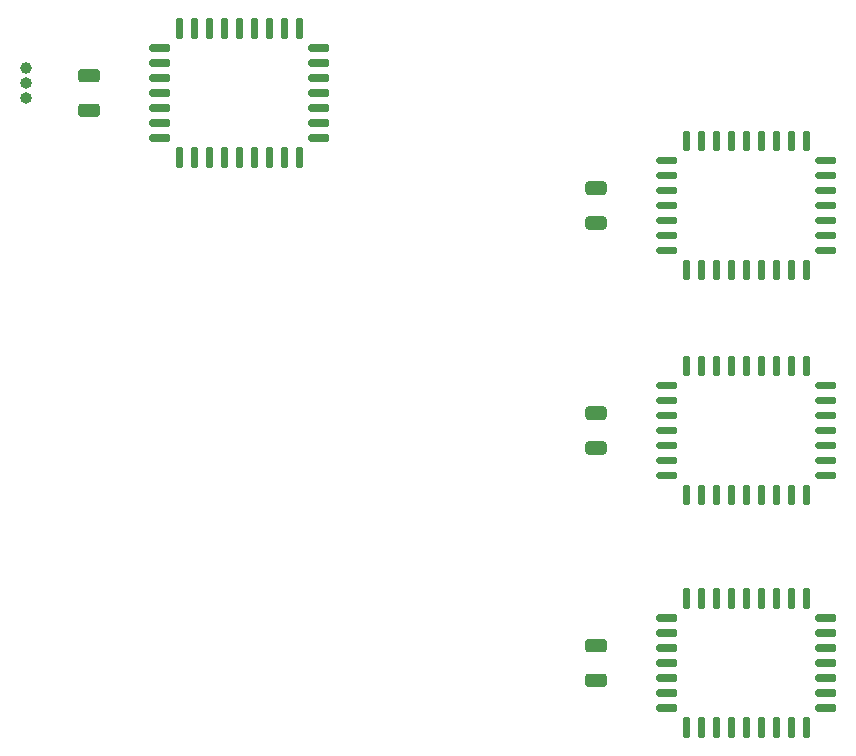
<source format=gbr>
%TF.GenerationSoftware,KiCad,Pcbnew,(5.1.10)-1*%
%TF.CreationDate,2023-06-12T08:51:03+01:00*%
%TF.ProjectId,pt8601_rom_adapter,70743836-3031-45f7-926f-6d5f61646170,rev?*%
%TF.SameCoordinates,Original*%
%TF.FileFunction,Soldermask,Top*%
%TF.FilePolarity,Negative*%
%FSLAX46Y46*%
G04 Gerber Fmt 4.6, Leading zero omitted, Abs format (unit mm)*
G04 Created by KiCad (PCBNEW (5.1.10)-1) date 2023-06-12 08:51:03*
%MOMM*%
%LPD*%
G01*
G04 APERTURE LIST*
%ADD10O,1.000000X1.000000*%
%ADD11C,1.000000*%
G04 APERTURE END LIST*
%TO.C,U8*%
G36*
G01*
X168580700Y-116174800D02*
X167105700Y-116174800D01*
G75*
G02*
X166955700Y-116024800I0J150000D01*
G01*
X166955700Y-115724800D01*
G75*
G02*
X167105700Y-115574800I150000J0D01*
G01*
X168580700Y-115574800D01*
G75*
G02*
X168730700Y-115724800I0J-150000D01*
G01*
X168730700Y-116024800D01*
G75*
G02*
X168580700Y-116174800I-150000J0D01*
G01*
G37*
G36*
G01*
X168580700Y-114904800D02*
X167105700Y-114904800D01*
G75*
G02*
X166955700Y-114754800I0J150000D01*
G01*
X166955700Y-114454800D01*
G75*
G02*
X167105700Y-114304800I150000J0D01*
G01*
X168580700Y-114304800D01*
G75*
G02*
X168730700Y-114454800I0J-150000D01*
G01*
X168730700Y-114754800D01*
G75*
G02*
X168580700Y-114904800I-150000J0D01*
G01*
G37*
G36*
G01*
X168580700Y-113634800D02*
X167105700Y-113634800D01*
G75*
G02*
X166955700Y-113484800I0J150000D01*
G01*
X166955700Y-113184800D01*
G75*
G02*
X167105700Y-113034800I150000J0D01*
G01*
X168580700Y-113034800D01*
G75*
G02*
X168730700Y-113184800I0J-150000D01*
G01*
X168730700Y-113484800D01*
G75*
G02*
X168580700Y-113634800I-150000J0D01*
G01*
G37*
G36*
G01*
X169644200Y-112571300D02*
X169344200Y-112571300D01*
G75*
G02*
X169194200Y-112421300I0J150000D01*
G01*
X169194200Y-110946300D01*
G75*
G02*
X169344200Y-110796300I150000J0D01*
G01*
X169644200Y-110796300D01*
G75*
G02*
X169794200Y-110946300I0J-150000D01*
G01*
X169794200Y-112421300D01*
G75*
G02*
X169644200Y-112571300I-150000J0D01*
G01*
G37*
G36*
G01*
X170914200Y-112571300D02*
X170614200Y-112571300D01*
G75*
G02*
X170464200Y-112421300I0J150000D01*
G01*
X170464200Y-110946300D01*
G75*
G02*
X170614200Y-110796300I150000J0D01*
G01*
X170914200Y-110796300D01*
G75*
G02*
X171064200Y-110946300I0J-150000D01*
G01*
X171064200Y-112421300D01*
G75*
G02*
X170914200Y-112571300I-150000J0D01*
G01*
G37*
G36*
G01*
X172184200Y-112571300D02*
X171884200Y-112571300D01*
G75*
G02*
X171734200Y-112421300I0J150000D01*
G01*
X171734200Y-110946300D01*
G75*
G02*
X171884200Y-110796300I150000J0D01*
G01*
X172184200Y-110796300D01*
G75*
G02*
X172334200Y-110946300I0J-150000D01*
G01*
X172334200Y-112421300D01*
G75*
G02*
X172184200Y-112571300I-150000J0D01*
G01*
G37*
G36*
G01*
X173454200Y-112571300D02*
X173154200Y-112571300D01*
G75*
G02*
X173004200Y-112421300I0J150000D01*
G01*
X173004200Y-110946300D01*
G75*
G02*
X173154200Y-110796300I150000J0D01*
G01*
X173454200Y-110796300D01*
G75*
G02*
X173604200Y-110946300I0J-150000D01*
G01*
X173604200Y-112421300D01*
G75*
G02*
X173454200Y-112571300I-150000J0D01*
G01*
G37*
G36*
G01*
X174724200Y-112571300D02*
X174424200Y-112571300D01*
G75*
G02*
X174274200Y-112421300I0J150000D01*
G01*
X174274200Y-110946300D01*
G75*
G02*
X174424200Y-110796300I150000J0D01*
G01*
X174724200Y-110796300D01*
G75*
G02*
X174874200Y-110946300I0J-150000D01*
G01*
X174874200Y-112421300D01*
G75*
G02*
X174724200Y-112571300I-150000J0D01*
G01*
G37*
G36*
G01*
X175994200Y-112571300D02*
X175694200Y-112571300D01*
G75*
G02*
X175544200Y-112421300I0J150000D01*
G01*
X175544200Y-110946300D01*
G75*
G02*
X175694200Y-110796300I150000J0D01*
G01*
X175994200Y-110796300D01*
G75*
G02*
X176144200Y-110946300I0J-150000D01*
G01*
X176144200Y-112421300D01*
G75*
G02*
X175994200Y-112571300I-150000J0D01*
G01*
G37*
G36*
G01*
X177264200Y-112571300D02*
X176964200Y-112571300D01*
G75*
G02*
X176814200Y-112421300I0J150000D01*
G01*
X176814200Y-110946300D01*
G75*
G02*
X176964200Y-110796300I150000J0D01*
G01*
X177264200Y-110796300D01*
G75*
G02*
X177414200Y-110946300I0J-150000D01*
G01*
X177414200Y-112421300D01*
G75*
G02*
X177264200Y-112571300I-150000J0D01*
G01*
G37*
G36*
G01*
X178534200Y-112571300D02*
X178234200Y-112571300D01*
G75*
G02*
X178084200Y-112421300I0J150000D01*
G01*
X178084200Y-110946300D01*
G75*
G02*
X178234200Y-110796300I150000J0D01*
G01*
X178534200Y-110796300D01*
G75*
G02*
X178684200Y-110946300I0J-150000D01*
G01*
X178684200Y-112421300D01*
G75*
G02*
X178534200Y-112571300I-150000J0D01*
G01*
G37*
G36*
G01*
X179804200Y-112571300D02*
X179504200Y-112571300D01*
G75*
G02*
X179354200Y-112421300I0J150000D01*
G01*
X179354200Y-110946300D01*
G75*
G02*
X179504200Y-110796300I150000J0D01*
G01*
X179804200Y-110796300D01*
G75*
G02*
X179954200Y-110946300I0J-150000D01*
G01*
X179954200Y-112421300D01*
G75*
G02*
X179804200Y-112571300I-150000J0D01*
G01*
G37*
G36*
G01*
X182042700Y-113634800D02*
X180567700Y-113634800D01*
G75*
G02*
X180417700Y-113484800I0J150000D01*
G01*
X180417700Y-113184800D01*
G75*
G02*
X180567700Y-113034800I150000J0D01*
G01*
X182042700Y-113034800D01*
G75*
G02*
X182192700Y-113184800I0J-150000D01*
G01*
X182192700Y-113484800D01*
G75*
G02*
X182042700Y-113634800I-150000J0D01*
G01*
G37*
G36*
G01*
X182042700Y-114904800D02*
X180567700Y-114904800D01*
G75*
G02*
X180417700Y-114754800I0J150000D01*
G01*
X180417700Y-114454800D01*
G75*
G02*
X180567700Y-114304800I150000J0D01*
G01*
X182042700Y-114304800D01*
G75*
G02*
X182192700Y-114454800I0J-150000D01*
G01*
X182192700Y-114754800D01*
G75*
G02*
X182042700Y-114904800I-150000J0D01*
G01*
G37*
G36*
G01*
X182042700Y-116174800D02*
X180567700Y-116174800D01*
G75*
G02*
X180417700Y-116024800I0J150000D01*
G01*
X180417700Y-115724800D01*
G75*
G02*
X180567700Y-115574800I150000J0D01*
G01*
X182042700Y-115574800D01*
G75*
G02*
X182192700Y-115724800I0J-150000D01*
G01*
X182192700Y-116024800D01*
G75*
G02*
X182042700Y-116174800I-150000J0D01*
G01*
G37*
G36*
G01*
X182042700Y-117444800D02*
X180567700Y-117444800D01*
G75*
G02*
X180417700Y-117294800I0J150000D01*
G01*
X180417700Y-116994800D01*
G75*
G02*
X180567700Y-116844800I150000J0D01*
G01*
X182042700Y-116844800D01*
G75*
G02*
X182192700Y-116994800I0J-150000D01*
G01*
X182192700Y-117294800D01*
G75*
G02*
X182042700Y-117444800I-150000J0D01*
G01*
G37*
G36*
G01*
X182042700Y-118714800D02*
X180567700Y-118714800D01*
G75*
G02*
X180417700Y-118564800I0J150000D01*
G01*
X180417700Y-118264800D01*
G75*
G02*
X180567700Y-118114800I150000J0D01*
G01*
X182042700Y-118114800D01*
G75*
G02*
X182192700Y-118264800I0J-150000D01*
G01*
X182192700Y-118564800D01*
G75*
G02*
X182042700Y-118714800I-150000J0D01*
G01*
G37*
G36*
G01*
X182042700Y-119984800D02*
X180567700Y-119984800D01*
G75*
G02*
X180417700Y-119834800I0J150000D01*
G01*
X180417700Y-119534800D01*
G75*
G02*
X180567700Y-119384800I150000J0D01*
G01*
X182042700Y-119384800D01*
G75*
G02*
X182192700Y-119534800I0J-150000D01*
G01*
X182192700Y-119834800D01*
G75*
G02*
X182042700Y-119984800I-150000J0D01*
G01*
G37*
G36*
G01*
X182042700Y-121254800D02*
X180567700Y-121254800D01*
G75*
G02*
X180417700Y-121104800I0J150000D01*
G01*
X180417700Y-120804800D01*
G75*
G02*
X180567700Y-120654800I150000J0D01*
G01*
X182042700Y-120654800D01*
G75*
G02*
X182192700Y-120804800I0J-150000D01*
G01*
X182192700Y-121104800D01*
G75*
G02*
X182042700Y-121254800I-150000J0D01*
G01*
G37*
G36*
G01*
X179804200Y-123493300D02*
X179504200Y-123493300D01*
G75*
G02*
X179354200Y-123343300I0J150000D01*
G01*
X179354200Y-121868300D01*
G75*
G02*
X179504200Y-121718300I150000J0D01*
G01*
X179804200Y-121718300D01*
G75*
G02*
X179954200Y-121868300I0J-150000D01*
G01*
X179954200Y-123343300D01*
G75*
G02*
X179804200Y-123493300I-150000J0D01*
G01*
G37*
G36*
G01*
X178534200Y-123493300D02*
X178234200Y-123493300D01*
G75*
G02*
X178084200Y-123343300I0J150000D01*
G01*
X178084200Y-121868300D01*
G75*
G02*
X178234200Y-121718300I150000J0D01*
G01*
X178534200Y-121718300D01*
G75*
G02*
X178684200Y-121868300I0J-150000D01*
G01*
X178684200Y-123343300D01*
G75*
G02*
X178534200Y-123493300I-150000J0D01*
G01*
G37*
G36*
G01*
X177264200Y-123493300D02*
X176964200Y-123493300D01*
G75*
G02*
X176814200Y-123343300I0J150000D01*
G01*
X176814200Y-121868300D01*
G75*
G02*
X176964200Y-121718300I150000J0D01*
G01*
X177264200Y-121718300D01*
G75*
G02*
X177414200Y-121868300I0J-150000D01*
G01*
X177414200Y-123343300D01*
G75*
G02*
X177264200Y-123493300I-150000J0D01*
G01*
G37*
G36*
G01*
X175994200Y-123493300D02*
X175694200Y-123493300D01*
G75*
G02*
X175544200Y-123343300I0J150000D01*
G01*
X175544200Y-121868300D01*
G75*
G02*
X175694200Y-121718300I150000J0D01*
G01*
X175994200Y-121718300D01*
G75*
G02*
X176144200Y-121868300I0J-150000D01*
G01*
X176144200Y-123343300D01*
G75*
G02*
X175994200Y-123493300I-150000J0D01*
G01*
G37*
G36*
G01*
X174724200Y-123493300D02*
X174424200Y-123493300D01*
G75*
G02*
X174274200Y-123343300I0J150000D01*
G01*
X174274200Y-121868300D01*
G75*
G02*
X174424200Y-121718300I150000J0D01*
G01*
X174724200Y-121718300D01*
G75*
G02*
X174874200Y-121868300I0J-150000D01*
G01*
X174874200Y-123343300D01*
G75*
G02*
X174724200Y-123493300I-150000J0D01*
G01*
G37*
G36*
G01*
X173454200Y-123493300D02*
X173154200Y-123493300D01*
G75*
G02*
X173004200Y-123343300I0J150000D01*
G01*
X173004200Y-121868300D01*
G75*
G02*
X173154200Y-121718300I150000J0D01*
G01*
X173454200Y-121718300D01*
G75*
G02*
X173604200Y-121868300I0J-150000D01*
G01*
X173604200Y-123343300D01*
G75*
G02*
X173454200Y-123493300I-150000J0D01*
G01*
G37*
G36*
G01*
X172184200Y-123493300D02*
X171884200Y-123493300D01*
G75*
G02*
X171734200Y-123343300I0J150000D01*
G01*
X171734200Y-121868300D01*
G75*
G02*
X171884200Y-121718300I150000J0D01*
G01*
X172184200Y-121718300D01*
G75*
G02*
X172334200Y-121868300I0J-150000D01*
G01*
X172334200Y-123343300D01*
G75*
G02*
X172184200Y-123493300I-150000J0D01*
G01*
G37*
G36*
G01*
X170914200Y-123493300D02*
X170614200Y-123493300D01*
G75*
G02*
X170464200Y-123343300I0J150000D01*
G01*
X170464200Y-121868300D01*
G75*
G02*
X170614200Y-121718300I150000J0D01*
G01*
X170914200Y-121718300D01*
G75*
G02*
X171064200Y-121868300I0J-150000D01*
G01*
X171064200Y-123343300D01*
G75*
G02*
X170914200Y-123493300I-150000J0D01*
G01*
G37*
G36*
G01*
X169644200Y-123493300D02*
X169344200Y-123493300D01*
G75*
G02*
X169194200Y-123343300I0J150000D01*
G01*
X169194200Y-121868300D01*
G75*
G02*
X169344200Y-121718300I150000J0D01*
G01*
X169644200Y-121718300D01*
G75*
G02*
X169794200Y-121868300I0J-150000D01*
G01*
X169794200Y-123343300D01*
G75*
G02*
X169644200Y-123493300I-150000J0D01*
G01*
G37*
G36*
G01*
X168580700Y-121254800D02*
X167105700Y-121254800D01*
G75*
G02*
X166955700Y-121104800I0J150000D01*
G01*
X166955700Y-120804800D01*
G75*
G02*
X167105700Y-120654800I150000J0D01*
G01*
X168580700Y-120654800D01*
G75*
G02*
X168730700Y-120804800I0J-150000D01*
G01*
X168730700Y-121104800D01*
G75*
G02*
X168580700Y-121254800I-150000J0D01*
G01*
G37*
G36*
G01*
X168580700Y-119984800D02*
X167105700Y-119984800D01*
G75*
G02*
X166955700Y-119834800I0J150000D01*
G01*
X166955700Y-119534800D01*
G75*
G02*
X167105700Y-119384800I150000J0D01*
G01*
X168580700Y-119384800D01*
G75*
G02*
X168730700Y-119534800I0J-150000D01*
G01*
X168730700Y-119834800D01*
G75*
G02*
X168580700Y-119984800I-150000J0D01*
G01*
G37*
G36*
G01*
X168580700Y-118714800D02*
X167105700Y-118714800D01*
G75*
G02*
X166955700Y-118564800I0J150000D01*
G01*
X166955700Y-118264800D01*
G75*
G02*
X167105700Y-118114800I150000J0D01*
G01*
X168580700Y-118114800D01*
G75*
G02*
X168730700Y-118264800I0J-150000D01*
G01*
X168730700Y-118564800D01*
G75*
G02*
X168580700Y-118714800I-150000J0D01*
G01*
G37*
G36*
G01*
X168580700Y-117444800D02*
X167105700Y-117444800D01*
G75*
G02*
X166955700Y-117294800I0J150000D01*
G01*
X166955700Y-116994800D01*
G75*
G02*
X167105700Y-116844800I150000J0D01*
G01*
X168580700Y-116844800D01*
G75*
G02*
X168730700Y-116994800I0J-150000D01*
G01*
X168730700Y-117294800D01*
G75*
G02*
X168580700Y-117444800I-150000J0D01*
G01*
G37*
%TD*%
%TO.C,U7*%
G36*
G01*
X168580700Y-77439800D02*
X167105700Y-77439800D01*
G75*
G02*
X166955700Y-77289800I0J150000D01*
G01*
X166955700Y-76989800D01*
G75*
G02*
X167105700Y-76839800I150000J0D01*
G01*
X168580700Y-76839800D01*
G75*
G02*
X168730700Y-76989800I0J-150000D01*
G01*
X168730700Y-77289800D01*
G75*
G02*
X168580700Y-77439800I-150000J0D01*
G01*
G37*
G36*
G01*
X168580700Y-76169800D02*
X167105700Y-76169800D01*
G75*
G02*
X166955700Y-76019800I0J150000D01*
G01*
X166955700Y-75719800D01*
G75*
G02*
X167105700Y-75569800I150000J0D01*
G01*
X168580700Y-75569800D01*
G75*
G02*
X168730700Y-75719800I0J-150000D01*
G01*
X168730700Y-76019800D01*
G75*
G02*
X168580700Y-76169800I-150000J0D01*
G01*
G37*
G36*
G01*
X168580700Y-74899800D02*
X167105700Y-74899800D01*
G75*
G02*
X166955700Y-74749800I0J150000D01*
G01*
X166955700Y-74449800D01*
G75*
G02*
X167105700Y-74299800I150000J0D01*
G01*
X168580700Y-74299800D01*
G75*
G02*
X168730700Y-74449800I0J-150000D01*
G01*
X168730700Y-74749800D01*
G75*
G02*
X168580700Y-74899800I-150000J0D01*
G01*
G37*
G36*
G01*
X169644200Y-73836300D02*
X169344200Y-73836300D01*
G75*
G02*
X169194200Y-73686300I0J150000D01*
G01*
X169194200Y-72211300D01*
G75*
G02*
X169344200Y-72061300I150000J0D01*
G01*
X169644200Y-72061300D01*
G75*
G02*
X169794200Y-72211300I0J-150000D01*
G01*
X169794200Y-73686300D01*
G75*
G02*
X169644200Y-73836300I-150000J0D01*
G01*
G37*
G36*
G01*
X170914200Y-73836300D02*
X170614200Y-73836300D01*
G75*
G02*
X170464200Y-73686300I0J150000D01*
G01*
X170464200Y-72211300D01*
G75*
G02*
X170614200Y-72061300I150000J0D01*
G01*
X170914200Y-72061300D01*
G75*
G02*
X171064200Y-72211300I0J-150000D01*
G01*
X171064200Y-73686300D01*
G75*
G02*
X170914200Y-73836300I-150000J0D01*
G01*
G37*
G36*
G01*
X172184200Y-73836300D02*
X171884200Y-73836300D01*
G75*
G02*
X171734200Y-73686300I0J150000D01*
G01*
X171734200Y-72211300D01*
G75*
G02*
X171884200Y-72061300I150000J0D01*
G01*
X172184200Y-72061300D01*
G75*
G02*
X172334200Y-72211300I0J-150000D01*
G01*
X172334200Y-73686300D01*
G75*
G02*
X172184200Y-73836300I-150000J0D01*
G01*
G37*
G36*
G01*
X173454200Y-73836300D02*
X173154200Y-73836300D01*
G75*
G02*
X173004200Y-73686300I0J150000D01*
G01*
X173004200Y-72211300D01*
G75*
G02*
X173154200Y-72061300I150000J0D01*
G01*
X173454200Y-72061300D01*
G75*
G02*
X173604200Y-72211300I0J-150000D01*
G01*
X173604200Y-73686300D01*
G75*
G02*
X173454200Y-73836300I-150000J0D01*
G01*
G37*
G36*
G01*
X174724200Y-73836300D02*
X174424200Y-73836300D01*
G75*
G02*
X174274200Y-73686300I0J150000D01*
G01*
X174274200Y-72211300D01*
G75*
G02*
X174424200Y-72061300I150000J0D01*
G01*
X174724200Y-72061300D01*
G75*
G02*
X174874200Y-72211300I0J-150000D01*
G01*
X174874200Y-73686300D01*
G75*
G02*
X174724200Y-73836300I-150000J0D01*
G01*
G37*
G36*
G01*
X175994200Y-73836300D02*
X175694200Y-73836300D01*
G75*
G02*
X175544200Y-73686300I0J150000D01*
G01*
X175544200Y-72211300D01*
G75*
G02*
X175694200Y-72061300I150000J0D01*
G01*
X175994200Y-72061300D01*
G75*
G02*
X176144200Y-72211300I0J-150000D01*
G01*
X176144200Y-73686300D01*
G75*
G02*
X175994200Y-73836300I-150000J0D01*
G01*
G37*
G36*
G01*
X177264200Y-73836300D02*
X176964200Y-73836300D01*
G75*
G02*
X176814200Y-73686300I0J150000D01*
G01*
X176814200Y-72211300D01*
G75*
G02*
X176964200Y-72061300I150000J0D01*
G01*
X177264200Y-72061300D01*
G75*
G02*
X177414200Y-72211300I0J-150000D01*
G01*
X177414200Y-73686300D01*
G75*
G02*
X177264200Y-73836300I-150000J0D01*
G01*
G37*
G36*
G01*
X178534200Y-73836300D02*
X178234200Y-73836300D01*
G75*
G02*
X178084200Y-73686300I0J150000D01*
G01*
X178084200Y-72211300D01*
G75*
G02*
X178234200Y-72061300I150000J0D01*
G01*
X178534200Y-72061300D01*
G75*
G02*
X178684200Y-72211300I0J-150000D01*
G01*
X178684200Y-73686300D01*
G75*
G02*
X178534200Y-73836300I-150000J0D01*
G01*
G37*
G36*
G01*
X179804200Y-73836300D02*
X179504200Y-73836300D01*
G75*
G02*
X179354200Y-73686300I0J150000D01*
G01*
X179354200Y-72211300D01*
G75*
G02*
X179504200Y-72061300I150000J0D01*
G01*
X179804200Y-72061300D01*
G75*
G02*
X179954200Y-72211300I0J-150000D01*
G01*
X179954200Y-73686300D01*
G75*
G02*
X179804200Y-73836300I-150000J0D01*
G01*
G37*
G36*
G01*
X182042700Y-74899800D02*
X180567700Y-74899800D01*
G75*
G02*
X180417700Y-74749800I0J150000D01*
G01*
X180417700Y-74449800D01*
G75*
G02*
X180567700Y-74299800I150000J0D01*
G01*
X182042700Y-74299800D01*
G75*
G02*
X182192700Y-74449800I0J-150000D01*
G01*
X182192700Y-74749800D01*
G75*
G02*
X182042700Y-74899800I-150000J0D01*
G01*
G37*
G36*
G01*
X182042700Y-76169800D02*
X180567700Y-76169800D01*
G75*
G02*
X180417700Y-76019800I0J150000D01*
G01*
X180417700Y-75719800D01*
G75*
G02*
X180567700Y-75569800I150000J0D01*
G01*
X182042700Y-75569800D01*
G75*
G02*
X182192700Y-75719800I0J-150000D01*
G01*
X182192700Y-76019800D01*
G75*
G02*
X182042700Y-76169800I-150000J0D01*
G01*
G37*
G36*
G01*
X182042700Y-77439800D02*
X180567700Y-77439800D01*
G75*
G02*
X180417700Y-77289800I0J150000D01*
G01*
X180417700Y-76989800D01*
G75*
G02*
X180567700Y-76839800I150000J0D01*
G01*
X182042700Y-76839800D01*
G75*
G02*
X182192700Y-76989800I0J-150000D01*
G01*
X182192700Y-77289800D01*
G75*
G02*
X182042700Y-77439800I-150000J0D01*
G01*
G37*
G36*
G01*
X182042700Y-78709800D02*
X180567700Y-78709800D01*
G75*
G02*
X180417700Y-78559800I0J150000D01*
G01*
X180417700Y-78259800D01*
G75*
G02*
X180567700Y-78109800I150000J0D01*
G01*
X182042700Y-78109800D01*
G75*
G02*
X182192700Y-78259800I0J-150000D01*
G01*
X182192700Y-78559800D01*
G75*
G02*
X182042700Y-78709800I-150000J0D01*
G01*
G37*
G36*
G01*
X182042700Y-79979800D02*
X180567700Y-79979800D01*
G75*
G02*
X180417700Y-79829800I0J150000D01*
G01*
X180417700Y-79529800D01*
G75*
G02*
X180567700Y-79379800I150000J0D01*
G01*
X182042700Y-79379800D01*
G75*
G02*
X182192700Y-79529800I0J-150000D01*
G01*
X182192700Y-79829800D01*
G75*
G02*
X182042700Y-79979800I-150000J0D01*
G01*
G37*
G36*
G01*
X182042700Y-81249800D02*
X180567700Y-81249800D01*
G75*
G02*
X180417700Y-81099800I0J150000D01*
G01*
X180417700Y-80799800D01*
G75*
G02*
X180567700Y-80649800I150000J0D01*
G01*
X182042700Y-80649800D01*
G75*
G02*
X182192700Y-80799800I0J-150000D01*
G01*
X182192700Y-81099800D01*
G75*
G02*
X182042700Y-81249800I-150000J0D01*
G01*
G37*
G36*
G01*
X182042700Y-82519800D02*
X180567700Y-82519800D01*
G75*
G02*
X180417700Y-82369800I0J150000D01*
G01*
X180417700Y-82069800D01*
G75*
G02*
X180567700Y-81919800I150000J0D01*
G01*
X182042700Y-81919800D01*
G75*
G02*
X182192700Y-82069800I0J-150000D01*
G01*
X182192700Y-82369800D01*
G75*
G02*
X182042700Y-82519800I-150000J0D01*
G01*
G37*
G36*
G01*
X179804200Y-84758300D02*
X179504200Y-84758300D01*
G75*
G02*
X179354200Y-84608300I0J150000D01*
G01*
X179354200Y-83133300D01*
G75*
G02*
X179504200Y-82983300I150000J0D01*
G01*
X179804200Y-82983300D01*
G75*
G02*
X179954200Y-83133300I0J-150000D01*
G01*
X179954200Y-84608300D01*
G75*
G02*
X179804200Y-84758300I-150000J0D01*
G01*
G37*
G36*
G01*
X178534200Y-84758300D02*
X178234200Y-84758300D01*
G75*
G02*
X178084200Y-84608300I0J150000D01*
G01*
X178084200Y-83133300D01*
G75*
G02*
X178234200Y-82983300I150000J0D01*
G01*
X178534200Y-82983300D01*
G75*
G02*
X178684200Y-83133300I0J-150000D01*
G01*
X178684200Y-84608300D01*
G75*
G02*
X178534200Y-84758300I-150000J0D01*
G01*
G37*
G36*
G01*
X177264200Y-84758300D02*
X176964200Y-84758300D01*
G75*
G02*
X176814200Y-84608300I0J150000D01*
G01*
X176814200Y-83133300D01*
G75*
G02*
X176964200Y-82983300I150000J0D01*
G01*
X177264200Y-82983300D01*
G75*
G02*
X177414200Y-83133300I0J-150000D01*
G01*
X177414200Y-84608300D01*
G75*
G02*
X177264200Y-84758300I-150000J0D01*
G01*
G37*
G36*
G01*
X175994200Y-84758300D02*
X175694200Y-84758300D01*
G75*
G02*
X175544200Y-84608300I0J150000D01*
G01*
X175544200Y-83133300D01*
G75*
G02*
X175694200Y-82983300I150000J0D01*
G01*
X175994200Y-82983300D01*
G75*
G02*
X176144200Y-83133300I0J-150000D01*
G01*
X176144200Y-84608300D01*
G75*
G02*
X175994200Y-84758300I-150000J0D01*
G01*
G37*
G36*
G01*
X174724200Y-84758300D02*
X174424200Y-84758300D01*
G75*
G02*
X174274200Y-84608300I0J150000D01*
G01*
X174274200Y-83133300D01*
G75*
G02*
X174424200Y-82983300I150000J0D01*
G01*
X174724200Y-82983300D01*
G75*
G02*
X174874200Y-83133300I0J-150000D01*
G01*
X174874200Y-84608300D01*
G75*
G02*
X174724200Y-84758300I-150000J0D01*
G01*
G37*
G36*
G01*
X173454200Y-84758300D02*
X173154200Y-84758300D01*
G75*
G02*
X173004200Y-84608300I0J150000D01*
G01*
X173004200Y-83133300D01*
G75*
G02*
X173154200Y-82983300I150000J0D01*
G01*
X173454200Y-82983300D01*
G75*
G02*
X173604200Y-83133300I0J-150000D01*
G01*
X173604200Y-84608300D01*
G75*
G02*
X173454200Y-84758300I-150000J0D01*
G01*
G37*
G36*
G01*
X172184200Y-84758300D02*
X171884200Y-84758300D01*
G75*
G02*
X171734200Y-84608300I0J150000D01*
G01*
X171734200Y-83133300D01*
G75*
G02*
X171884200Y-82983300I150000J0D01*
G01*
X172184200Y-82983300D01*
G75*
G02*
X172334200Y-83133300I0J-150000D01*
G01*
X172334200Y-84608300D01*
G75*
G02*
X172184200Y-84758300I-150000J0D01*
G01*
G37*
G36*
G01*
X170914200Y-84758300D02*
X170614200Y-84758300D01*
G75*
G02*
X170464200Y-84608300I0J150000D01*
G01*
X170464200Y-83133300D01*
G75*
G02*
X170614200Y-82983300I150000J0D01*
G01*
X170914200Y-82983300D01*
G75*
G02*
X171064200Y-83133300I0J-150000D01*
G01*
X171064200Y-84608300D01*
G75*
G02*
X170914200Y-84758300I-150000J0D01*
G01*
G37*
G36*
G01*
X169644200Y-84758300D02*
X169344200Y-84758300D01*
G75*
G02*
X169194200Y-84608300I0J150000D01*
G01*
X169194200Y-83133300D01*
G75*
G02*
X169344200Y-82983300I150000J0D01*
G01*
X169644200Y-82983300D01*
G75*
G02*
X169794200Y-83133300I0J-150000D01*
G01*
X169794200Y-84608300D01*
G75*
G02*
X169644200Y-84758300I-150000J0D01*
G01*
G37*
G36*
G01*
X168580700Y-82519800D02*
X167105700Y-82519800D01*
G75*
G02*
X166955700Y-82369800I0J150000D01*
G01*
X166955700Y-82069800D01*
G75*
G02*
X167105700Y-81919800I150000J0D01*
G01*
X168580700Y-81919800D01*
G75*
G02*
X168730700Y-82069800I0J-150000D01*
G01*
X168730700Y-82369800D01*
G75*
G02*
X168580700Y-82519800I-150000J0D01*
G01*
G37*
G36*
G01*
X168580700Y-81249800D02*
X167105700Y-81249800D01*
G75*
G02*
X166955700Y-81099800I0J150000D01*
G01*
X166955700Y-80799800D01*
G75*
G02*
X167105700Y-80649800I150000J0D01*
G01*
X168580700Y-80649800D01*
G75*
G02*
X168730700Y-80799800I0J-150000D01*
G01*
X168730700Y-81099800D01*
G75*
G02*
X168580700Y-81249800I-150000J0D01*
G01*
G37*
G36*
G01*
X168580700Y-79979800D02*
X167105700Y-79979800D01*
G75*
G02*
X166955700Y-79829800I0J150000D01*
G01*
X166955700Y-79529800D01*
G75*
G02*
X167105700Y-79379800I150000J0D01*
G01*
X168580700Y-79379800D01*
G75*
G02*
X168730700Y-79529800I0J-150000D01*
G01*
X168730700Y-79829800D01*
G75*
G02*
X168580700Y-79979800I-150000J0D01*
G01*
G37*
G36*
G01*
X168580700Y-78709800D02*
X167105700Y-78709800D01*
G75*
G02*
X166955700Y-78559800I0J150000D01*
G01*
X166955700Y-78259800D01*
G75*
G02*
X167105700Y-78109800I150000J0D01*
G01*
X168580700Y-78109800D01*
G75*
G02*
X168730700Y-78259800I0J-150000D01*
G01*
X168730700Y-78559800D01*
G75*
G02*
X168580700Y-78709800I-150000J0D01*
G01*
G37*
%TD*%
%TO.C,U4*%
G36*
G01*
X168580700Y-96489800D02*
X167105700Y-96489800D01*
G75*
G02*
X166955700Y-96339800I0J150000D01*
G01*
X166955700Y-96039800D01*
G75*
G02*
X167105700Y-95889800I150000J0D01*
G01*
X168580700Y-95889800D01*
G75*
G02*
X168730700Y-96039800I0J-150000D01*
G01*
X168730700Y-96339800D01*
G75*
G02*
X168580700Y-96489800I-150000J0D01*
G01*
G37*
G36*
G01*
X168580700Y-95219800D02*
X167105700Y-95219800D01*
G75*
G02*
X166955700Y-95069800I0J150000D01*
G01*
X166955700Y-94769800D01*
G75*
G02*
X167105700Y-94619800I150000J0D01*
G01*
X168580700Y-94619800D01*
G75*
G02*
X168730700Y-94769800I0J-150000D01*
G01*
X168730700Y-95069800D01*
G75*
G02*
X168580700Y-95219800I-150000J0D01*
G01*
G37*
G36*
G01*
X168580700Y-93949800D02*
X167105700Y-93949800D01*
G75*
G02*
X166955700Y-93799800I0J150000D01*
G01*
X166955700Y-93499800D01*
G75*
G02*
X167105700Y-93349800I150000J0D01*
G01*
X168580700Y-93349800D01*
G75*
G02*
X168730700Y-93499800I0J-150000D01*
G01*
X168730700Y-93799800D01*
G75*
G02*
X168580700Y-93949800I-150000J0D01*
G01*
G37*
G36*
G01*
X169644200Y-92886300D02*
X169344200Y-92886300D01*
G75*
G02*
X169194200Y-92736300I0J150000D01*
G01*
X169194200Y-91261300D01*
G75*
G02*
X169344200Y-91111300I150000J0D01*
G01*
X169644200Y-91111300D01*
G75*
G02*
X169794200Y-91261300I0J-150000D01*
G01*
X169794200Y-92736300D01*
G75*
G02*
X169644200Y-92886300I-150000J0D01*
G01*
G37*
G36*
G01*
X170914200Y-92886300D02*
X170614200Y-92886300D01*
G75*
G02*
X170464200Y-92736300I0J150000D01*
G01*
X170464200Y-91261300D01*
G75*
G02*
X170614200Y-91111300I150000J0D01*
G01*
X170914200Y-91111300D01*
G75*
G02*
X171064200Y-91261300I0J-150000D01*
G01*
X171064200Y-92736300D01*
G75*
G02*
X170914200Y-92886300I-150000J0D01*
G01*
G37*
G36*
G01*
X172184200Y-92886300D02*
X171884200Y-92886300D01*
G75*
G02*
X171734200Y-92736300I0J150000D01*
G01*
X171734200Y-91261300D01*
G75*
G02*
X171884200Y-91111300I150000J0D01*
G01*
X172184200Y-91111300D01*
G75*
G02*
X172334200Y-91261300I0J-150000D01*
G01*
X172334200Y-92736300D01*
G75*
G02*
X172184200Y-92886300I-150000J0D01*
G01*
G37*
G36*
G01*
X173454200Y-92886300D02*
X173154200Y-92886300D01*
G75*
G02*
X173004200Y-92736300I0J150000D01*
G01*
X173004200Y-91261300D01*
G75*
G02*
X173154200Y-91111300I150000J0D01*
G01*
X173454200Y-91111300D01*
G75*
G02*
X173604200Y-91261300I0J-150000D01*
G01*
X173604200Y-92736300D01*
G75*
G02*
X173454200Y-92886300I-150000J0D01*
G01*
G37*
G36*
G01*
X174724200Y-92886300D02*
X174424200Y-92886300D01*
G75*
G02*
X174274200Y-92736300I0J150000D01*
G01*
X174274200Y-91261300D01*
G75*
G02*
X174424200Y-91111300I150000J0D01*
G01*
X174724200Y-91111300D01*
G75*
G02*
X174874200Y-91261300I0J-150000D01*
G01*
X174874200Y-92736300D01*
G75*
G02*
X174724200Y-92886300I-150000J0D01*
G01*
G37*
G36*
G01*
X175994200Y-92886300D02*
X175694200Y-92886300D01*
G75*
G02*
X175544200Y-92736300I0J150000D01*
G01*
X175544200Y-91261300D01*
G75*
G02*
X175694200Y-91111300I150000J0D01*
G01*
X175994200Y-91111300D01*
G75*
G02*
X176144200Y-91261300I0J-150000D01*
G01*
X176144200Y-92736300D01*
G75*
G02*
X175994200Y-92886300I-150000J0D01*
G01*
G37*
G36*
G01*
X177264200Y-92886300D02*
X176964200Y-92886300D01*
G75*
G02*
X176814200Y-92736300I0J150000D01*
G01*
X176814200Y-91261300D01*
G75*
G02*
X176964200Y-91111300I150000J0D01*
G01*
X177264200Y-91111300D01*
G75*
G02*
X177414200Y-91261300I0J-150000D01*
G01*
X177414200Y-92736300D01*
G75*
G02*
X177264200Y-92886300I-150000J0D01*
G01*
G37*
G36*
G01*
X178534200Y-92886300D02*
X178234200Y-92886300D01*
G75*
G02*
X178084200Y-92736300I0J150000D01*
G01*
X178084200Y-91261300D01*
G75*
G02*
X178234200Y-91111300I150000J0D01*
G01*
X178534200Y-91111300D01*
G75*
G02*
X178684200Y-91261300I0J-150000D01*
G01*
X178684200Y-92736300D01*
G75*
G02*
X178534200Y-92886300I-150000J0D01*
G01*
G37*
G36*
G01*
X179804200Y-92886300D02*
X179504200Y-92886300D01*
G75*
G02*
X179354200Y-92736300I0J150000D01*
G01*
X179354200Y-91261300D01*
G75*
G02*
X179504200Y-91111300I150000J0D01*
G01*
X179804200Y-91111300D01*
G75*
G02*
X179954200Y-91261300I0J-150000D01*
G01*
X179954200Y-92736300D01*
G75*
G02*
X179804200Y-92886300I-150000J0D01*
G01*
G37*
G36*
G01*
X182042700Y-93949800D02*
X180567700Y-93949800D01*
G75*
G02*
X180417700Y-93799800I0J150000D01*
G01*
X180417700Y-93499800D01*
G75*
G02*
X180567700Y-93349800I150000J0D01*
G01*
X182042700Y-93349800D01*
G75*
G02*
X182192700Y-93499800I0J-150000D01*
G01*
X182192700Y-93799800D01*
G75*
G02*
X182042700Y-93949800I-150000J0D01*
G01*
G37*
G36*
G01*
X182042700Y-95219800D02*
X180567700Y-95219800D01*
G75*
G02*
X180417700Y-95069800I0J150000D01*
G01*
X180417700Y-94769800D01*
G75*
G02*
X180567700Y-94619800I150000J0D01*
G01*
X182042700Y-94619800D01*
G75*
G02*
X182192700Y-94769800I0J-150000D01*
G01*
X182192700Y-95069800D01*
G75*
G02*
X182042700Y-95219800I-150000J0D01*
G01*
G37*
G36*
G01*
X182042700Y-96489800D02*
X180567700Y-96489800D01*
G75*
G02*
X180417700Y-96339800I0J150000D01*
G01*
X180417700Y-96039800D01*
G75*
G02*
X180567700Y-95889800I150000J0D01*
G01*
X182042700Y-95889800D01*
G75*
G02*
X182192700Y-96039800I0J-150000D01*
G01*
X182192700Y-96339800D01*
G75*
G02*
X182042700Y-96489800I-150000J0D01*
G01*
G37*
G36*
G01*
X182042700Y-97759800D02*
X180567700Y-97759800D01*
G75*
G02*
X180417700Y-97609800I0J150000D01*
G01*
X180417700Y-97309800D01*
G75*
G02*
X180567700Y-97159800I150000J0D01*
G01*
X182042700Y-97159800D01*
G75*
G02*
X182192700Y-97309800I0J-150000D01*
G01*
X182192700Y-97609800D01*
G75*
G02*
X182042700Y-97759800I-150000J0D01*
G01*
G37*
G36*
G01*
X182042700Y-99029800D02*
X180567700Y-99029800D01*
G75*
G02*
X180417700Y-98879800I0J150000D01*
G01*
X180417700Y-98579800D01*
G75*
G02*
X180567700Y-98429800I150000J0D01*
G01*
X182042700Y-98429800D01*
G75*
G02*
X182192700Y-98579800I0J-150000D01*
G01*
X182192700Y-98879800D01*
G75*
G02*
X182042700Y-99029800I-150000J0D01*
G01*
G37*
G36*
G01*
X182042700Y-100299800D02*
X180567700Y-100299800D01*
G75*
G02*
X180417700Y-100149800I0J150000D01*
G01*
X180417700Y-99849800D01*
G75*
G02*
X180567700Y-99699800I150000J0D01*
G01*
X182042700Y-99699800D01*
G75*
G02*
X182192700Y-99849800I0J-150000D01*
G01*
X182192700Y-100149800D01*
G75*
G02*
X182042700Y-100299800I-150000J0D01*
G01*
G37*
G36*
G01*
X182042700Y-101569800D02*
X180567700Y-101569800D01*
G75*
G02*
X180417700Y-101419800I0J150000D01*
G01*
X180417700Y-101119800D01*
G75*
G02*
X180567700Y-100969800I150000J0D01*
G01*
X182042700Y-100969800D01*
G75*
G02*
X182192700Y-101119800I0J-150000D01*
G01*
X182192700Y-101419800D01*
G75*
G02*
X182042700Y-101569800I-150000J0D01*
G01*
G37*
G36*
G01*
X179804200Y-103808300D02*
X179504200Y-103808300D01*
G75*
G02*
X179354200Y-103658300I0J150000D01*
G01*
X179354200Y-102183300D01*
G75*
G02*
X179504200Y-102033300I150000J0D01*
G01*
X179804200Y-102033300D01*
G75*
G02*
X179954200Y-102183300I0J-150000D01*
G01*
X179954200Y-103658300D01*
G75*
G02*
X179804200Y-103808300I-150000J0D01*
G01*
G37*
G36*
G01*
X178534200Y-103808300D02*
X178234200Y-103808300D01*
G75*
G02*
X178084200Y-103658300I0J150000D01*
G01*
X178084200Y-102183300D01*
G75*
G02*
X178234200Y-102033300I150000J0D01*
G01*
X178534200Y-102033300D01*
G75*
G02*
X178684200Y-102183300I0J-150000D01*
G01*
X178684200Y-103658300D01*
G75*
G02*
X178534200Y-103808300I-150000J0D01*
G01*
G37*
G36*
G01*
X177264200Y-103808300D02*
X176964200Y-103808300D01*
G75*
G02*
X176814200Y-103658300I0J150000D01*
G01*
X176814200Y-102183300D01*
G75*
G02*
X176964200Y-102033300I150000J0D01*
G01*
X177264200Y-102033300D01*
G75*
G02*
X177414200Y-102183300I0J-150000D01*
G01*
X177414200Y-103658300D01*
G75*
G02*
X177264200Y-103808300I-150000J0D01*
G01*
G37*
G36*
G01*
X175994200Y-103808300D02*
X175694200Y-103808300D01*
G75*
G02*
X175544200Y-103658300I0J150000D01*
G01*
X175544200Y-102183300D01*
G75*
G02*
X175694200Y-102033300I150000J0D01*
G01*
X175994200Y-102033300D01*
G75*
G02*
X176144200Y-102183300I0J-150000D01*
G01*
X176144200Y-103658300D01*
G75*
G02*
X175994200Y-103808300I-150000J0D01*
G01*
G37*
G36*
G01*
X174724200Y-103808300D02*
X174424200Y-103808300D01*
G75*
G02*
X174274200Y-103658300I0J150000D01*
G01*
X174274200Y-102183300D01*
G75*
G02*
X174424200Y-102033300I150000J0D01*
G01*
X174724200Y-102033300D01*
G75*
G02*
X174874200Y-102183300I0J-150000D01*
G01*
X174874200Y-103658300D01*
G75*
G02*
X174724200Y-103808300I-150000J0D01*
G01*
G37*
G36*
G01*
X173454200Y-103808300D02*
X173154200Y-103808300D01*
G75*
G02*
X173004200Y-103658300I0J150000D01*
G01*
X173004200Y-102183300D01*
G75*
G02*
X173154200Y-102033300I150000J0D01*
G01*
X173454200Y-102033300D01*
G75*
G02*
X173604200Y-102183300I0J-150000D01*
G01*
X173604200Y-103658300D01*
G75*
G02*
X173454200Y-103808300I-150000J0D01*
G01*
G37*
G36*
G01*
X172184200Y-103808300D02*
X171884200Y-103808300D01*
G75*
G02*
X171734200Y-103658300I0J150000D01*
G01*
X171734200Y-102183300D01*
G75*
G02*
X171884200Y-102033300I150000J0D01*
G01*
X172184200Y-102033300D01*
G75*
G02*
X172334200Y-102183300I0J-150000D01*
G01*
X172334200Y-103658300D01*
G75*
G02*
X172184200Y-103808300I-150000J0D01*
G01*
G37*
G36*
G01*
X170914200Y-103808300D02*
X170614200Y-103808300D01*
G75*
G02*
X170464200Y-103658300I0J150000D01*
G01*
X170464200Y-102183300D01*
G75*
G02*
X170614200Y-102033300I150000J0D01*
G01*
X170914200Y-102033300D01*
G75*
G02*
X171064200Y-102183300I0J-150000D01*
G01*
X171064200Y-103658300D01*
G75*
G02*
X170914200Y-103808300I-150000J0D01*
G01*
G37*
G36*
G01*
X169644200Y-103808300D02*
X169344200Y-103808300D01*
G75*
G02*
X169194200Y-103658300I0J150000D01*
G01*
X169194200Y-102183300D01*
G75*
G02*
X169344200Y-102033300I150000J0D01*
G01*
X169644200Y-102033300D01*
G75*
G02*
X169794200Y-102183300I0J-150000D01*
G01*
X169794200Y-103658300D01*
G75*
G02*
X169644200Y-103808300I-150000J0D01*
G01*
G37*
G36*
G01*
X168580700Y-101569800D02*
X167105700Y-101569800D01*
G75*
G02*
X166955700Y-101419800I0J150000D01*
G01*
X166955700Y-101119800D01*
G75*
G02*
X167105700Y-100969800I150000J0D01*
G01*
X168580700Y-100969800D01*
G75*
G02*
X168730700Y-101119800I0J-150000D01*
G01*
X168730700Y-101419800D01*
G75*
G02*
X168580700Y-101569800I-150000J0D01*
G01*
G37*
G36*
G01*
X168580700Y-100299800D02*
X167105700Y-100299800D01*
G75*
G02*
X166955700Y-100149800I0J150000D01*
G01*
X166955700Y-99849800D01*
G75*
G02*
X167105700Y-99699800I150000J0D01*
G01*
X168580700Y-99699800D01*
G75*
G02*
X168730700Y-99849800I0J-150000D01*
G01*
X168730700Y-100149800D01*
G75*
G02*
X168580700Y-100299800I-150000J0D01*
G01*
G37*
G36*
G01*
X168580700Y-99029800D02*
X167105700Y-99029800D01*
G75*
G02*
X166955700Y-98879800I0J150000D01*
G01*
X166955700Y-98579800D01*
G75*
G02*
X167105700Y-98429800I150000J0D01*
G01*
X168580700Y-98429800D01*
G75*
G02*
X168730700Y-98579800I0J-150000D01*
G01*
X168730700Y-98879800D01*
G75*
G02*
X168580700Y-99029800I-150000J0D01*
G01*
G37*
G36*
G01*
X168580700Y-97759800D02*
X167105700Y-97759800D01*
G75*
G02*
X166955700Y-97609800I0J150000D01*
G01*
X166955700Y-97309800D01*
G75*
G02*
X167105700Y-97159800I150000J0D01*
G01*
X168580700Y-97159800D01*
G75*
G02*
X168730700Y-97309800I0J-150000D01*
G01*
X168730700Y-97609800D01*
G75*
G02*
X168580700Y-97759800I-150000J0D01*
G01*
G37*
%TD*%
%TO.C,U3*%
G36*
G01*
X125654700Y-67914800D02*
X124179700Y-67914800D01*
G75*
G02*
X124029700Y-67764800I0J150000D01*
G01*
X124029700Y-67464800D01*
G75*
G02*
X124179700Y-67314800I150000J0D01*
G01*
X125654700Y-67314800D01*
G75*
G02*
X125804700Y-67464800I0J-150000D01*
G01*
X125804700Y-67764800D01*
G75*
G02*
X125654700Y-67914800I-150000J0D01*
G01*
G37*
G36*
G01*
X125654700Y-66644800D02*
X124179700Y-66644800D01*
G75*
G02*
X124029700Y-66494800I0J150000D01*
G01*
X124029700Y-66194800D01*
G75*
G02*
X124179700Y-66044800I150000J0D01*
G01*
X125654700Y-66044800D01*
G75*
G02*
X125804700Y-66194800I0J-150000D01*
G01*
X125804700Y-66494800D01*
G75*
G02*
X125654700Y-66644800I-150000J0D01*
G01*
G37*
G36*
G01*
X125654700Y-65374800D02*
X124179700Y-65374800D01*
G75*
G02*
X124029700Y-65224800I0J150000D01*
G01*
X124029700Y-64924800D01*
G75*
G02*
X124179700Y-64774800I150000J0D01*
G01*
X125654700Y-64774800D01*
G75*
G02*
X125804700Y-64924800I0J-150000D01*
G01*
X125804700Y-65224800D01*
G75*
G02*
X125654700Y-65374800I-150000J0D01*
G01*
G37*
G36*
G01*
X126718200Y-64311300D02*
X126418200Y-64311300D01*
G75*
G02*
X126268200Y-64161300I0J150000D01*
G01*
X126268200Y-62686300D01*
G75*
G02*
X126418200Y-62536300I150000J0D01*
G01*
X126718200Y-62536300D01*
G75*
G02*
X126868200Y-62686300I0J-150000D01*
G01*
X126868200Y-64161300D01*
G75*
G02*
X126718200Y-64311300I-150000J0D01*
G01*
G37*
G36*
G01*
X127988200Y-64311300D02*
X127688200Y-64311300D01*
G75*
G02*
X127538200Y-64161300I0J150000D01*
G01*
X127538200Y-62686300D01*
G75*
G02*
X127688200Y-62536300I150000J0D01*
G01*
X127988200Y-62536300D01*
G75*
G02*
X128138200Y-62686300I0J-150000D01*
G01*
X128138200Y-64161300D01*
G75*
G02*
X127988200Y-64311300I-150000J0D01*
G01*
G37*
G36*
G01*
X129258200Y-64311300D02*
X128958200Y-64311300D01*
G75*
G02*
X128808200Y-64161300I0J150000D01*
G01*
X128808200Y-62686300D01*
G75*
G02*
X128958200Y-62536300I150000J0D01*
G01*
X129258200Y-62536300D01*
G75*
G02*
X129408200Y-62686300I0J-150000D01*
G01*
X129408200Y-64161300D01*
G75*
G02*
X129258200Y-64311300I-150000J0D01*
G01*
G37*
G36*
G01*
X130528200Y-64311300D02*
X130228200Y-64311300D01*
G75*
G02*
X130078200Y-64161300I0J150000D01*
G01*
X130078200Y-62686300D01*
G75*
G02*
X130228200Y-62536300I150000J0D01*
G01*
X130528200Y-62536300D01*
G75*
G02*
X130678200Y-62686300I0J-150000D01*
G01*
X130678200Y-64161300D01*
G75*
G02*
X130528200Y-64311300I-150000J0D01*
G01*
G37*
G36*
G01*
X131798200Y-64311300D02*
X131498200Y-64311300D01*
G75*
G02*
X131348200Y-64161300I0J150000D01*
G01*
X131348200Y-62686300D01*
G75*
G02*
X131498200Y-62536300I150000J0D01*
G01*
X131798200Y-62536300D01*
G75*
G02*
X131948200Y-62686300I0J-150000D01*
G01*
X131948200Y-64161300D01*
G75*
G02*
X131798200Y-64311300I-150000J0D01*
G01*
G37*
G36*
G01*
X133068200Y-64311300D02*
X132768200Y-64311300D01*
G75*
G02*
X132618200Y-64161300I0J150000D01*
G01*
X132618200Y-62686300D01*
G75*
G02*
X132768200Y-62536300I150000J0D01*
G01*
X133068200Y-62536300D01*
G75*
G02*
X133218200Y-62686300I0J-150000D01*
G01*
X133218200Y-64161300D01*
G75*
G02*
X133068200Y-64311300I-150000J0D01*
G01*
G37*
G36*
G01*
X134338200Y-64311300D02*
X134038200Y-64311300D01*
G75*
G02*
X133888200Y-64161300I0J150000D01*
G01*
X133888200Y-62686300D01*
G75*
G02*
X134038200Y-62536300I150000J0D01*
G01*
X134338200Y-62536300D01*
G75*
G02*
X134488200Y-62686300I0J-150000D01*
G01*
X134488200Y-64161300D01*
G75*
G02*
X134338200Y-64311300I-150000J0D01*
G01*
G37*
G36*
G01*
X135608200Y-64311300D02*
X135308200Y-64311300D01*
G75*
G02*
X135158200Y-64161300I0J150000D01*
G01*
X135158200Y-62686300D01*
G75*
G02*
X135308200Y-62536300I150000J0D01*
G01*
X135608200Y-62536300D01*
G75*
G02*
X135758200Y-62686300I0J-150000D01*
G01*
X135758200Y-64161300D01*
G75*
G02*
X135608200Y-64311300I-150000J0D01*
G01*
G37*
G36*
G01*
X136878200Y-64311300D02*
X136578200Y-64311300D01*
G75*
G02*
X136428200Y-64161300I0J150000D01*
G01*
X136428200Y-62686300D01*
G75*
G02*
X136578200Y-62536300I150000J0D01*
G01*
X136878200Y-62536300D01*
G75*
G02*
X137028200Y-62686300I0J-150000D01*
G01*
X137028200Y-64161300D01*
G75*
G02*
X136878200Y-64311300I-150000J0D01*
G01*
G37*
G36*
G01*
X139116700Y-65374800D02*
X137641700Y-65374800D01*
G75*
G02*
X137491700Y-65224800I0J150000D01*
G01*
X137491700Y-64924800D01*
G75*
G02*
X137641700Y-64774800I150000J0D01*
G01*
X139116700Y-64774800D01*
G75*
G02*
X139266700Y-64924800I0J-150000D01*
G01*
X139266700Y-65224800D01*
G75*
G02*
X139116700Y-65374800I-150000J0D01*
G01*
G37*
G36*
G01*
X139116700Y-66644800D02*
X137641700Y-66644800D01*
G75*
G02*
X137491700Y-66494800I0J150000D01*
G01*
X137491700Y-66194800D01*
G75*
G02*
X137641700Y-66044800I150000J0D01*
G01*
X139116700Y-66044800D01*
G75*
G02*
X139266700Y-66194800I0J-150000D01*
G01*
X139266700Y-66494800D01*
G75*
G02*
X139116700Y-66644800I-150000J0D01*
G01*
G37*
G36*
G01*
X139116700Y-67914800D02*
X137641700Y-67914800D01*
G75*
G02*
X137491700Y-67764800I0J150000D01*
G01*
X137491700Y-67464800D01*
G75*
G02*
X137641700Y-67314800I150000J0D01*
G01*
X139116700Y-67314800D01*
G75*
G02*
X139266700Y-67464800I0J-150000D01*
G01*
X139266700Y-67764800D01*
G75*
G02*
X139116700Y-67914800I-150000J0D01*
G01*
G37*
G36*
G01*
X139116700Y-69184800D02*
X137641700Y-69184800D01*
G75*
G02*
X137491700Y-69034800I0J150000D01*
G01*
X137491700Y-68734800D01*
G75*
G02*
X137641700Y-68584800I150000J0D01*
G01*
X139116700Y-68584800D01*
G75*
G02*
X139266700Y-68734800I0J-150000D01*
G01*
X139266700Y-69034800D01*
G75*
G02*
X139116700Y-69184800I-150000J0D01*
G01*
G37*
G36*
G01*
X139116700Y-70454800D02*
X137641700Y-70454800D01*
G75*
G02*
X137491700Y-70304800I0J150000D01*
G01*
X137491700Y-70004800D01*
G75*
G02*
X137641700Y-69854800I150000J0D01*
G01*
X139116700Y-69854800D01*
G75*
G02*
X139266700Y-70004800I0J-150000D01*
G01*
X139266700Y-70304800D01*
G75*
G02*
X139116700Y-70454800I-150000J0D01*
G01*
G37*
G36*
G01*
X139116700Y-71724800D02*
X137641700Y-71724800D01*
G75*
G02*
X137491700Y-71574800I0J150000D01*
G01*
X137491700Y-71274800D01*
G75*
G02*
X137641700Y-71124800I150000J0D01*
G01*
X139116700Y-71124800D01*
G75*
G02*
X139266700Y-71274800I0J-150000D01*
G01*
X139266700Y-71574800D01*
G75*
G02*
X139116700Y-71724800I-150000J0D01*
G01*
G37*
G36*
G01*
X139116700Y-72994800D02*
X137641700Y-72994800D01*
G75*
G02*
X137491700Y-72844800I0J150000D01*
G01*
X137491700Y-72544800D01*
G75*
G02*
X137641700Y-72394800I150000J0D01*
G01*
X139116700Y-72394800D01*
G75*
G02*
X139266700Y-72544800I0J-150000D01*
G01*
X139266700Y-72844800D01*
G75*
G02*
X139116700Y-72994800I-150000J0D01*
G01*
G37*
G36*
G01*
X136878200Y-75233300D02*
X136578200Y-75233300D01*
G75*
G02*
X136428200Y-75083300I0J150000D01*
G01*
X136428200Y-73608300D01*
G75*
G02*
X136578200Y-73458300I150000J0D01*
G01*
X136878200Y-73458300D01*
G75*
G02*
X137028200Y-73608300I0J-150000D01*
G01*
X137028200Y-75083300D01*
G75*
G02*
X136878200Y-75233300I-150000J0D01*
G01*
G37*
G36*
G01*
X135608200Y-75233300D02*
X135308200Y-75233300D01*
G75*
G02*
X135158200Y-75083300I0J150000D01*
G01*
X135158200Y-73608300D01*
G75*
G02*
X135308200Y-73458300I150000J0D01*
G01*
X135608200Y-73458300D01*
G75*
G02*
X135758200Y-73608300I0J-150000D01*
G01*
X135758200Y-75083300D01*
G75*
G02*
X135608200Y-75233300I-150000J0D01*
G01*
G37*
G36*
G01*
X134338200Y-75233300D02*
X134038200Y-75233300D01*
G75*
G02*
X133888200Y-75083300I0J150000D01*
G01*
X133888200Y-73608300D01*
G75*
G02*
X134038200Y-73458300I150000J0D01*
G01*
X134338200Y-73458300D01*
G75*
G02*
X134488200Y-73608300I0J-150000D01*
G01*
X134488200Y-75083300D01*
G75*
G02*
X134338200Y-75233300I-150000J0D01*
G01*
G37*
G36*
G01*
X133068200Y-75233300D02*
X132768200Y-75233300D01*
G75*
G02*
X132618200Y-75083300I0J150000D01*
G01*
X132618200Y-73608300D01*
G75*
G02*
X132768200Y-73458300I150000J0D01*
G01*
X133068200Y-73458300D01*
G75*
G02*
X133218200Y-73608300I0J-150000D01*
G01*
X133218200Y-75083300D01*
G75*
G02*
X133068200Y-75233300I-150000J0D01*
G01*
G37*
G36*
G01*
X131798200Y-75233300D02*
X131498200Y-75233300D01*
G75*
G02*
X131348200Y-75083300I0J150000D01*
G01*
X131348200Y-73608300D01*
G75*
G02*
X131498200Y-73458300I150000J0D01*
G01*
X131798200Y-73458300D01*
G75*
G02*
X131948200Y-73608300I0J-150000D01*
G01*
X131948200Y-75083300D01*
G75*
G02*
X131798200Y-75233300I-150000J0D01*
G01*
G37*
G36*
G01*
X130528200Y-75233300D02*
X130228200Y-75233300D01*
G75*
G02*
X130078200Y-75083300I0J150000D01*
G01*
X130078200Y-73608300D01*
G75*
G02*
X130228200Y-73458300I150000J0D01*
G01*
X130528200Y-73458300D01*
G75*
G02*
X130678200Y-73608300I0J-150000D01*
G01*
X130678200Y-75083300D01*
G75*
G02*
X130528200Y-75233300I-150000J0D01*
G01*
G37*
G36*
G01*
X129258200Y-75233300D02*
X128958200Y-75233300D01*
G75*
G02*
X128808200Y-75083300I0J150000D01*
G01*
X128808200Y-73608300D01*
G75*
G02*
X128958200Y-73458300I150000J0D01*
G01*
X129258200Y-73458300D01*
G75*
G02*
X129408200Y-73608300I0J-150000D01*
G01*
X129408200Y-75083300D01*
G75*
G02*
X129258200Y-75233300I-150000J0D01*
G01*
G37*
G36*
G01*
X127988200Y-75233300D02*
X127688200Y-75233300D01*
G75*
G02*
X127538200Y-75083300I0J150000D01*
G01*
X127538200Y-73608300D01*
G75*
G02*
X127688200Y-73458300I150000J0D01*
G01*
X127988200Y-73458300D01*
G75*
G02*
X128138200Y-73608300I0J-150000D01*
G01*
X128138200Y-75083300D01*
G75*
G02*
X127988200Y-75233300I-150000J0D01*
G01*
G37*
G36*
G01*
X126718200Y-75233300D02*
X126418200Y-75233300D01*
G75*
G02*
X126268200Y-75083300I0J150000D01*
G01*
X126268200Y-73608300D01*
G75*
G02*
X126418200Y-73458300I150000J0D01*
G01*
X126718200Y-73458300D01*
G75*
G02*
X126868200Y-73608300I0J-150000D01*
G01*
X126868200Y-75083300D01*
G75*
G02*
X126718200Y-75233300I-150000J0D01*
G01*
G37*
G36*
G01*
X125654700Y-72994800D02*
X124179700Y-72994800D01*
G75*
G02*
X124029700Y-72844800I0J150000D01*
G01*
X124029700Y-72544800D01*
G75*
G02*
X124179700Y-72394800I150000J0D01*
G01*
X125654700Y-72394800D01*
G75*
G02*
X125804700Y-72544800I0J-150000D01*
G01*
X125804700Y-72844800D01*
G75*
G02*
X125654700Y-72994800I-150000J0D01*
G01*
G37*
G36*
G01*
X125654700Y-71724800D02*
X124179700Y-71724800D01*
G75*
G02*
X124029700Y-71574800I0J150000D01*
G01*
X124029700Y-71274800D01*
G75*
G02*
X124179700Y-71124800I150000J0D01*
G01*
X125654700Y-71124800D01*
G75*
G02*
X125804700Y-71274800I0J-150000D01*
G01*
X125804700Y-71574800D01*
G75*
G02*
X125654700Y-71724800I-150000J0D01*
G01*
G37*
G36*
G01*
X125654700Y-70454800D02*
X124179700Y-70454800D01*
G75*
G02*
X124029700Y-70304800I0J150000D01*
G01*
X124029700Y-70004800D01*
G75*
G02*
X124179700Y-69854800I150000J0D01*
G01*
X125654700Y-69854800D01*
G75*
G02*
X125804700Y-70004800I0J-150000D01*
G01*
X125804700Y-70304800D01*
G75*
G02*
X125654700Y-70454800I-150000J0D01*
G01*
G37*
G36*
G01*
X125654700Y-69184800D02*
X124179700Y-69184800D01*
G75*
G02*
X124029700Y-69034800I0J150000D01*
G01*
X124029700Y-68734800D01*
G75*
G02*
X124179700Y-68584800I150000J0D01*
G01*
X125654700Y-68584800D01*
G75*
G02*
X125804700Y-68734800I0J-150000D01*
G01*
X125804700Y-69034800D01*
G75*
G02*
X125654700Y-69184800I-150000J0D01*
G01*
G37*
%TD*%
D10*
%TO.C,J1*%
X113614200Y-69265800D03*
X113614200Y-67995800D03*
D11*
X113614200Y-66725800D03*
%TD*%
%TO.C,C4*%
G36*
G01*
X161198799Y-118046600D02*
X162498801Y-118046600D01*
G75*
G02*
X162748800Y-118296599I0J-249999D01*
G01*
X162748800Y-118946601D01*
G75*
G02*
X162498801Y-119196600I-249999J0D01*
G01*
X161198799Y-119196600D01*
G75*
G02*
X160948800Y-118946601I0J249999D01*
G01*
X160948800Y-118296599D01*
G75*
G02*
X161198799Y-118046600I249999J0D01*
G01*
G37*
G36*
G01*
X161198799Y-115096600D02*
X162498801Y-115096600D01*
G75*
G02*
X162748800Y-115346599I0J-249999D01*
G01*
X162748800Y-115996601D01*
G75*
G02*
X162498801Y-116246600I-249999J0D01*
G01*
X161198799Y-116246600D01*
G75*
G02*
X160948800Y-115996601I0J249999D01*
G01*
X160948800Y-115346599D01*
G75*
G02*
X161198799Y-115096600I249999J0D01*
G01*
G37*
%TD*%
%TO.C,C3*%
G36*
G01*
X161198799Y-98361600D02*
X162498801Y-98361600D01*
G75*
G02*
X162748800Y-98611599I0J-249999D01*
G01*
X162748800Y-99261601D01*
G75*
G02*
X162498801Y-99511600I-249999J0D01*
G01*
X161198799Y-99511600D01*
G75*
G02*
X160948800Y-99261601I0J249999D01*
G01*
X160948800Y-98611599D01*
G75*
G02*
X161198799Y-98361600I249999J0D01*
G01*
G37*
G36*
G01*
X161198799Y-95411600D02*
X162498801Y-95411600D01*
G75*
G02*
X162748800Y-95661599I0J-249999D01*
G01*
X162748800Y-96311601D01*
G75*
G02*
X162498801Y-96561600I-249999J0D01*
G01*
X161198799Y-96561600D01*
G75*
G02*
X160948800Y-96311601I0J249999D01*
G01*
X160948800Y-95661599D01*
G75*
G02*
X161198799Y-95411600I249999J0D01*
G01*
G37*
%TD*%
%TO.C,C2*%
G36*
G01*
X161198799Y-79311600D02*
X162498801Y-79311600D01*
G75*
G02*
X162748800Y-79561599I0J-249999D01*
G01*
X162748800Y-80211601D01*
G75*
G02*
X162498801Y-80461600I-249999J0D01*
G01*
X161198799Y-80461600D01*
G75*
G02*
X160948800Y-80211601I0J249999D01*
G01*
X160948800Y-79561599D01*
G75*
G02*
X161198799Y-79311600I249999J0D01*
G01*
G37*
G36*
G01*
X161198799Y-76361600D02*
X162498801Y-76361600D01*
G75*
G02*
X162748800Y-76611599I0J-249999D01*
G01*
X162748800Y-77261601D01*
G75*
G02*
X162498801Y-77511600I-249999J0D01*
G01*
X161198799Y-77511600D01*
G75*
G02*
X160948800Y-77261601I0J249999D01*
G01*
X160948800Y-76611599D01*
G75*
G02*
X161198799Y-76361600I249999J0D01*
G01*
G37*
%TD*%
%TO.C,C1*%
G36*
G01*
X118272799Y-69786600D02*
X119572801Y-69786600D01*
G75*
G02*
X119822800Y-70036599I0J-249999D01*
G01*
X119822800Y-70686601D01*
G75*
G02*
X119572801Y-70936600I-249999J0D01*
G01*
X118272799Y-70936600D01*
G75*
G02*
X118022800Y-70686601I0J249999D01*
G01*
X118022800Y-70036599D01*
G75*
G02*
X118272799Y-69786600I249999J0D01*
G01*
G37*
G36*
G01*
X118272799Y-66836600D02*
X119572801Y-66836600D01*
G75*
G02*
X119822800Y-67086599I0J-249999D01*
G01*
X119822800Y-67736601D01*
G75*
G02*
X119572801Y-67986600I-249999J0D01*
G01*
X118272799Y-67986600D01*
G75*
G02*
X118022800Y-67736601I0J249999D01*
G01*
X118022800Y-67086599D01*
G75*
G02*
X118272799Y-66836600I249999J0D01*
G01*
G37*
%TD*%
M02*

</source>
